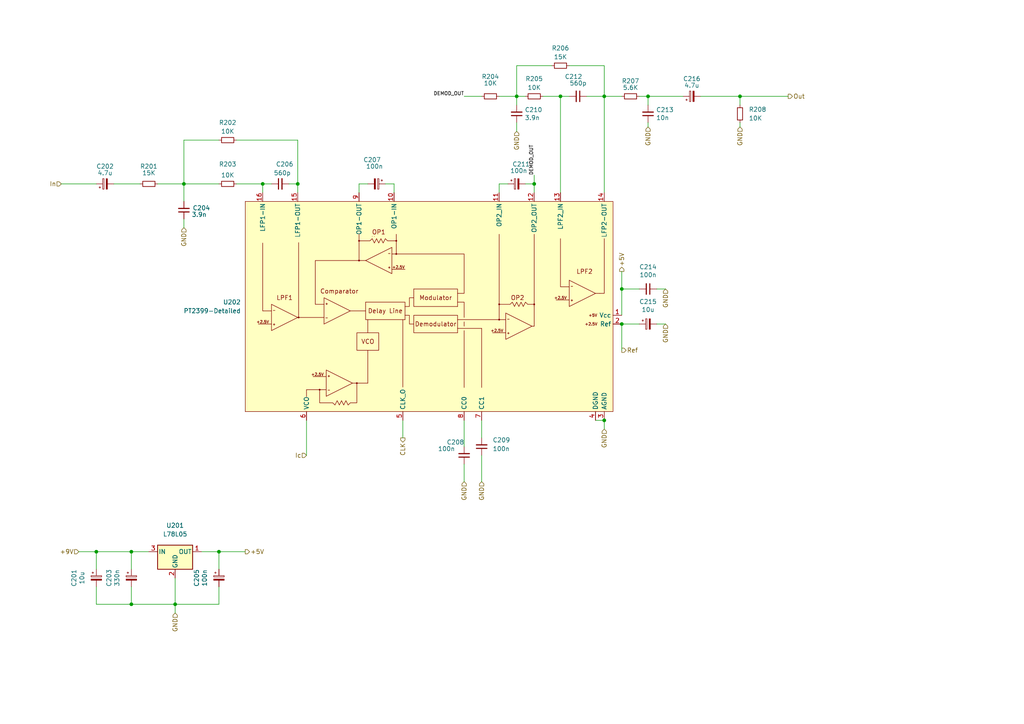
<source format=kicad_sch>
(kicad_sch (version 20211123) (generator eeschema)
  (paper "A4")
  (lib_symbols
    (symbol "Device:C_Polarized_Small" (pin_numbers hide) (pin_names (offset 0.254) hide)
      (property "Reference" "C" (at 0.254 1.778 0))
      (property "Value" "C_Polarized_Small" (at 0.254 -2.032 0))
      (symbol "C_Polarized_Small_0_1"
        (rectangle (start -1.524 -0.3048) (end 1.524 -0.6858) (fill (type outline)))
        (rectangle (start -1.524 0.6858) (end 1.524 0.3048))
        (polyline (pts (xy -1.27 1.524) (xy -0.762 1.524)))
        (polyline (pts (xy -1.016 1.27) (xy -1.016 1.778)))
      )
      (symbol "C_Polarized_Small_1_1"
        (pin passive line (at 0 2.54 270) (length 1.8542) (name "~") (number "1"))
        (pin passive line (at 0 -2.54 90) (length 1.8542) (name "~") (number "2"))
      )
    )
    (symbol "Device:C_Small" (pin_numbers hide) (pin_names (offset 0.254) hide)
      (property "Reference" "C" (at 0.254 1.778 0))
      (property "Value" "C_Small" (at 0.254 -2.032 0))
      (symbol "C_Small_0_1"
        (polyline (pts (xy -1.524 -0.508) (xy 1.524 -0.508)) (stroke (width 0.3302)))
        (polyline (pts (xy -1.524 0.508) (xy 1.524 0.508)) (stroke (width 0.3048)))
      )
      (symbol "C_Small_1_1"
        (pin passive line (at 0 2.54 270) (length 2.032) (name "~") (number "1"))
        (pin passive line (at 0 -2.54 90) (length 2.032) (name "~") (number "2"))
      )
    )
    (symbol "Device:R_Small" (pin_numbers hide) (pin_names (offset 0.254) hide)
      (property "Reference" "R" (at 0.762 0.508 0))
      (property "Value" "R_Small" (at 0.762 -1.016 0))
      (symbol "R_Small_0_1"
        (rectangle (start -0.762 1.778) (end 0.762 -1.778) (stroke (width 0.2032)))
      )
      (symbol "R_Small_1_1"
        (pin passive line (at 0 2.54 270) (length 0.762) (name "~") (number "1"))
        (pin passive line (at 0 -2.54 90) (length 0.762) (name "~") (number "2"))
      )
    )
    (symbol "Regulator_Linear:L78L05_SOT89" (pin_names (offset 0.254))
      (property "Reference" "U" (at -3.81 3.175 0))
      (property "Value" "L78L05_SOT89" (at -0.635 3.175 0))
      (symbol "L78L05_SOT89_0_1"
        (rectangle (start -5.08 1.905) (end 5.08 -5.08) (stroke (width 0.254)) (fill (type background)))
      )
      (symbol "L78L05_SOT89_1_1"
        (pin power_out line (at 7.62 0 180) (length 2.54) (name "OUT") (number "1"))
        (pin power_in line (at 0 -7.62 90) (length 2.54) (name "GND") (number "2"))
        (pin power_in line (at -7.62 0 0) (length 2.54) (name "IN") (number "3"))
      )
    )
    (symbol "pt2399:PT2399-Detailed"
      (property "Reference" "U" (at 0 34.29 0))
      (property "Value" "PT2399-Detailed" (at 0 -41.91 0))
      (symbol "PT2399-Detailed_0_0"
        (rectangle (start -53.34 30.48) (end 53.34 -30.48) (fill (type background)))
        (rectangle (start -16.51 20.32) (end -16.51 20.32))
        (rectangle (start -15.875 20.32) (end -15.875 20.32))
        (polyline (pts (xy -48.26 18.415) (xy -48.26 -1.27)))
        (polyline (pts (xy -38.1 -3.175) (xy -30.48 -3.175)))
        (polyline (pts (xy -37.846 18.542) (xy -37.846 -3.048)))
        (polyline (pts (xy -35.56 -24.13) (xy -35.56 -26.162)))
        (polyline (pts (xy -29.845 -24.13) (xy -35.56 -24.13)))
        (polyline (pts (xy -22.86 -1.27) (xy -18.415 -1.27)))
        (polyline (pts (xy -20.32 13.335) (xy -20.32 13.335)))
        (polyline (pts (xy -20.32 13.335) (xy -20.32 13.335)))
        (polyline (pts (xy -20.32 13.335) (xy -18.415 13.335)))
        (polyline (pts (xy -20.32 19.05) (xy -20.32 20.955)))
        (polyline (pts (xy -18.415 13.335) (xy -18.415 13.335)))
        (polyline (pts (xy -18.415 13.335) (xy -18.415 13.335)))
        (polyline (pts (xy -18.415 13.335) (xy -18.415 13.335)))
        (polyline (pts (xy -17.78 -22.225) (xy -17.78 -12.7)))
        (polyline (pts (xy -17.78 -12.7) (xy -17.78 -12.7)))
        (polyline (pts (xy -17.78 -7.62) (xy -17.78 -3.81)))
        (polyline (pts (xy -10.795 15.24) (xy -10.795 15.24)))
        (polyline (pts (xy -9.525 19.05) (xy -9.525 20.955)))
        (polyline (pts (xy -7.62 -23.368) (xy -7.62 -3.81)))
        (polyline (pts (xy -6.985 -2.54) (xy -6.985 -2.54)))
        (polyline (pts (xy -6.985 -2.54) (xy -6.985 -2.54)))
        (polyline (pts (xy -4.445 -14.605) (xy -4.445 -14.605)))
        (polyline (pts (xy 8.255 -3.81) (xy 8.255 -3.81)))
        (polyline (pts (xy 8.255 -3.81) (xy 22.225 -3.81)))
        (polyline (pts (xy 10.16 15.24) (xy 10.16 15.24)))
        (polyline (pts (xy 15.24 -6.35) (xy 8.255 -6.35)))
        (polyline (pts (xy 15.24 -6.35) (xy 15.24 -23.495)))
        (polyline (pts (xy 20.32 0.635) (xy 20.32 20.955)))
        (polyline (pts (xy 30.48 -5.715) (xy 29.845 -5.715)))
        (polyline (pts (xy 30.48 0) (xy 30.48 20.955)))
        (polyline (pts (xy 40.64 5.715) (xy 40.64 5.715)))
        (polyline (pts (xy 40.64 5.715) (xy 40.64 5.715)))
        (polyline (pts (xy 40.64 5.715) (xy 40.64 5.715)))
        (polyline (pts (xy 49.53 3.81) (xy 48.26 3.81)))
        (polyline (pts (xy -22.225 -22.225) (xy -20.955 -22.225) (xy -17.78 -22.225)))
        (polyline (pts (xy -6.985 -3.81) (xy -6.985 1.27) (xy -18.415 1.27)))
        (polyline (pts (xy 8.255 -7.62) (xy 8.255 -2.54) (xy -4.445 -2.54)))
        (polyline (pts (xy 8.255 0) (xy 8.255 5.08) (xy -4.445 5.08)))
        (polyline (pts (xy 10.16 -3.175) (xy 10.16 1.27) (xy 8.255 1.27)))
        (polyline (pts (xy 40.64 5.715) (xy 38.1 5.715) (xy 38.1 19.685)))
        (polyline (pts (xy 50.8 19.685) (xy 50.8 3.81) (xy 49.53 3.81)))
        (polyline (pts (xy -30.48 0.635) (xy -33.02 0.635) (xy -33.02 13.335) (xy -20.32 13.335)))
        (polyline (pts (xy -10.795 15.24) (xy 10.16 15.24) (xy 10.16 3.81) (xy 8.255 3.81)))
        (polyline (pts (xy -6.985 -2.54) (xy -5.715 -2.54) (xy -5.715 -5.08) (xy -4.445 -5.08)))
        (polyline (pts (xy -6.985 0) (xy -5.715 0) (xy -5.715 2.54) (xy -4.445 2.54)))
        (polyline (pts (xy -20.955 -7.62) (xy -20.955 -12.7) (xy -14.605 -12.7) (xy -14.605 -7.62) (xy -20.955 -7.62)))
        (polyline (pts (xy -18.415 -1.27) (xy -18.415 1.27) (xy -18.415 -1.27) (xy -18.415 -3.81) (xy -6.985 -3.81)))
        (polyline (pts (xy -4.445 -5.08) (xy -4.445 -2.54) (xy -4.445 -5.08) (xy -4.445 -7.62) (xy 8.255 -7.62)))
        (polyline (pts (xy -4.445 2.54) (xy -4.445 5.08) (xy -4.445 2.54) (xy -4.445 0) (xy 8.255 0)))
        (polyline (pts (xy -20.955 -22.225) (xy -20.955 -27.94) (xy -22.86 -27.94) (xy -23.495 -28.575) (xy -24.13 -27.305) (xy -24.765 -28.575) (xy -25.4 -27.305) (xy -26.035 -28.575) (xy -26.67 -27.305) (xy -27.305 -28.575) (xy -27.94 -27.94) (xy -31.75 -27.94) (xy -31.75 -24.13)))
        (polyline (pts (xy -20.32 13.335) (xy -20.32 19.05) (xy -17.145 19.05) (xy -16.51 19.685) (xy -15.875 18.415) (xy -15.24 19.685) (xy -14.605 18.415) (xy -13.97 19.685) (xy -13.335 18.415) (xy -12.7 19.685) (xy -12.065 19.05) (xy -9.525 19.05) (xy -9.525 15.24)))
        (polyline (pts (xy 30.48 -5.715) (xy 30.48 0.635) (xy 28.575 0.635) (xy 27.94 1.27) (xy 27.305 0) (xy 26.67 1.27) (xy 26.035 0) (xy 25.4 1.27) (xy 24.765 0) (xy 24.13 1.27) (xy 23.495 0.635) (xy 20.32 0.635) (xy 20.32 -3.81)))
        (text "+2.5V" (at -48.26 -4.445 0) (effects (font (size 0.8 0.8))))
        (text "+2.5V" (at -32.385 -19.685 0) (effects (font (size 0.8 0.8))))
        (text "+2.5V" (at -8.89 11.43 0) (effects (font (size 0.8 0.8))))
        (text "+2.5V" (at 19.685 -6.985 0) (effects (font (size 0.8 0.8))))
        (text "+2.5V" (at 38.1 2.54 0) (effects (font (size 0.8 0.8))))
        (text "+2.5V" (at 46.99 -5.08 0) (effects (font (size 0.8 0.8))))
        (text "+5V" (at 47.498 -2.54 0) (effects (font (size 0.8 0.8))))
        (text "Comparator" (at -26.035 4.445 0) (effects (font (size 1.27 1.27))))
        (text "Delay Line" (at -12.7 -1.27 0) (effects (font (size 1.27 1.27))))
        (text "Demodulator" (at 1.905 -5.08 0) (effects (font (size 1.27 1.27))))
        (text "LPF1" (at -41.91 2.54 0) (effects (font (size 1.27 1.27))))
        (text "LPF2" (at 45.085 10.16 0) (effects (font (size 1.27 1.27))))
        (text "Modulator" (at 1.905 2.54 0) (effects (font (size 1.27 1.27))))
        (text "OP1" (at -14.605 21.59 0) (effects (font (size 1.27 1.27))))
        (text "OP2" (at 25.654 2.54 0) (effects (font (size 1.27 1.27))))
        (text "VCO" (at -17.78 -10.16 0) (effects (font (size 1.27 1.27))))
      )
      (symbol "PT2399-Detailed_0_1"
        (circle (center -37.846 -3.175) (radius 0.1796) (fill (type outline)))
        (circle (center -31.75 -24.13) (radius 0.1796) (fill (type outline)))
        (circle (center -20.955 -22.225) (radius 0.1796) (fill (type outline)))
        (circle (center -20.32 13.335) (radius 0.1796) (fill (type outline)))
        (circle (center -20.32 19.05) (radius 0.1796) (fill (type outline)))
        (circle (center -9.525 15.24) (radius 0.1796) (fill (type outline)))
        (circle (center -9.525 19.05) (radius 0.1796) (fill (type outline)))
        (polyline (pts (xy -45.72 -5.08) (xy -49.53 -5.08)))
        (polyline (pts (xy -45.72 -1.27) (xy -48.26 -1.27)))
        (polyline (pts (xy -45.212 -5.207) (xy -44.704 -5.207)))
        (polyline (pts (xy -44.958 -4.953) (xy -44.958 -5.461)))
        (polyline (pts (xy -44.704 -1.143) (xy -45.212 -1.143)))
        (polyline (pts (xy -29.972 0.762) (xy -29.464 0.762)))
        (polyline (pts (xy -29.845 -20.32) (xy -33.655 -20.32)))
        (polyline (pts (xy -29.718 0.508) (xy -29.718 1.016)))
        (polyline (pts (xy -29.464 -3.302) (xy -29.972 -3.302)))
        (polyline (pts (xy -29.337 -20.193) (xy -28.829 -20.193)))
        (polyline (pts (xy -29.083 -20.447) (xy -29.083 -19.939)))
        (polyline (pts (xy -28.829 -24.257) (xy -29.337 -24.257)))
        (polyline (pts (xy -11.811 15.367) (xy -11.303 15.367)))
        (polyline (pts (xy -11.557 11.557) (xy -11.557 11.049)))
        (polyline (pts (xy -11.303 11.303) (xy -11.811 11.303)))
        (polyline (pts (xy -6.985 10.795) (xy -10.795 10.795)))
        (polyline (pts (xy 10.16 -6.985) (xy 10.16 -23.495)))
        (polyline (pts (xy 10.16 -4.445) (xy 10.16 -5.715)))
        (polyline (pts (xy 22.225 -7.62) (xy 18.415 -7.62)))
        (polyline (pts (xy 22.733 -7.747) (xy 23.241 -7.747)))
        (polyline (pts (xy 22.987 -7.493) (xy 22.987 -8.001)))
        (polyline (pts (xy 23.241 -3.683) (xy 22.733 -3.683)))
        (polyline (pts (xy 40.64 1.905) (xy 36.83 1.905)))
        (polyline (pts (xy 41.148 1.778) (xy 41.656 1.778)))
        (polyline (pts (xy 41.402 2.032) (xy 41.402 1.524)))
        (polyline (pts (xy 41.656 5.842) (xy 41.148 5.842)))
        (polyline (pts (xy -45.72 0.635) (xy -45.72 -6.985) (xy -38.1 -3.175) (xy -45.72 0.635)))
        (polyline (pts (xy -30.48 -5.08) (xy -30.48 2.54) (xy -22.86 -1.27) (xy -30.48 -5.08)))
        (polyline (pts (xy -29.845 -26.035) (xy -29.845 -18.415) (xy -22.225 -22.225) (xy -29.845 -26.035)))
        (polyline (pts (xy -10.795 17.145) (xy -10.795 9.525) (xy -18.415 13.335) (xy -10.795 17.145)))
        (polyline (pts (xy 22.225 -1.905) (xy 22.225 -9.525) (xy 29.845 -5.715) (xy 22.225 -1.905)))
        (polyline (pts (xy 40.64 7.62) (xy 40.64 0) (xy 48.26 3.81) (xy 40.64 7.62)))
        (circle (center 20.32 -3.81) (radius 0.1796) (fill (type outline)))
        (circle (center 20.32 0.635) (radius 0.1796) (fill (type outline)))
        (circle (center 30.48 0.635) (radius 0.1796) (fill (type outline)))
      )
      (symbol "PT2399-Detailed_1_1"
        (pin power_in line (at 55.88 -2.54 180) (length 2.54) (name "Vcc") (number "1"))
        (pin input line (at -10.16 33.02 270) (length 2.54) (name "OP1-IN") (number "10"))
        (pin input line (at 20.32 33.02 270) (length 2.54) (name "OP2_IN") (number "11"))
        (pin output line (at 30.48 33.02 270) (length 2.54) (name "OP2_OUT") (number "12"))
        (pin input line (at 38.1 33.02 270) (length 2.54) (name "LPF2_IN") (number "13"))
        (pin output line (at 50.8 33.02 270) (length 2.54) (name "LFP2-OUT") (number "14"))
        (pin output line (at -38.1 33.02 270) (length 2.54) (name "LFP1-OUT") (number "15"))
        (pin input line (at -48.26 33.02 270) (length 2.54) (name "LFP1-IN") (number "16"))
        (pin bidirectional line (at 55.88 -5.08 180) (length 2.54) (name "Ref") (number "2"))
        (pin power_in line (at 50.8 -33.02 90) (length 2.54) (name "AGND") (number "3"))
        (pin power_in line (at 48.26 -33.02 90) (length 2.54) (name "DGND") (number "4"))
        (pin output line (at -7.62 -33.02 90) (length 2.54) (name "CLK_O") (number "5"))
        (pin input line (at -35.56 -33.02 90) (length 2.54) (name "VCO") (number "6"))
        (pin unspecified line (at 15.24 -33.02 90) (length 2.54) (name "CC1") (number "7"))
        (pin unspecified line (at 10.16 -33.02 90) (length 2.54) (name "CC0") (number "8"))
        (pin output line (at -20.32 33.02 270) (length 2.54) (name "OP1-OUT") (number "9"))
      )
    )
  )
  (junction (at 187.96 27.94))
  (junction (at 180.34 83.82))
  (junction (at 50.8 175.26))
  (junction (at 63.5 160.02))
  (junction (at 180.34 93.98))
  (junction (at 27.94 160.02))
  (junction (at 154.94 53.34))
  (junction (at 214.63 27.94))
  (junction (at 86.36 53.34))
  (junction (at 149.86 27.94))
  (junction (at 175.26 27.94))
  (junction (at 53.34 53.34))
  (junction (at 162.56 27.94))
  (junction (at 175.26 121.92))
  (junction (at 38.1 160.02))
  (junction (at 38.1 175.26))
  (junction (at 76.2 53.34))
  (wire (pts (xy 180.34 83.82) (xy 185.42 83.82)))
  (wire (pts (xy 76.2 53.34) (xy 76.2 55.88)))
  (wire (pts (xy 134.62 121.92) (xy 134.62 129.54)))
  (wire (pts (xy 187.96 27.94) (xy 185.42 27.94)))
  (wire (pts (xy 104.14 53.34) (xy 104.14 55.88)))
  (wire (pts (xy 154.94 53.34) (xy 154.94 55.88)))
  (wire (pts (xy 214.63 35.56) (xy 214.63 36.83)))
  (wire (pts (xy 22.86 160.02) (xy 27.94 160.02)))
  (wire (pts (xy 63.5 40.64) (xy 53.34 40.64)))
  (wire (pts (xy 175.26 19.05) (xy 175.26 27.94)))
  (wire (pts (xy 53.34 53.34) (xy 63.5 53.34)))
  (wire (pts (xy 165.1 19.05) (xy 175.26 19.05)))
  (wire (pts (xy 50.8 175.26) (xy 63.5 175.26)))
  (wire (pts (xy 187.96 27.94) (xy 198.12 27.94)))
  (wire (pts (xy 116.84 121.92) (xy 116.84 127)))
  (wire (pts (xy 152.4 53.34) (xy 154.94 53.34)))
  (wire (pts (xy 68.58 40.64) (xy 86.36 40.64)))
  (wire (pts (xy 175.26 27.94) (xy 180.34 27.94)))
  (wire (pts (xy 86.36 40.64) (xy 86.36 53.34)))
  (wire (pts (xy 180.34 83.82) (xy 180.34 91.44)))
  (wire (pts (xy 63.5 160.02) (xy 71.12 160.02)))
  (wire (pts (xy 190.5 83.82) (xy 193.04 83.82)))
  (wire (pts (xy 38.1 170.18) (xy 38.1 175.26)))
  (wire (pts (xy 68.58 53.34) (xy 76.2 53.34)))
  (wire (pts (xy 45.72 53.34) (xy 53.34 53.34)))
  (wire (pts (xy 190.5 93.98) (xy 193.04 93.98)))
  (wire (pts (xy 180.34 78.74) (xy 180.34 83.82)))
  (wire (pts (xy 114.3 53.34) (xy 111.76 53.34)))
  (wire (pts (xy 63.5 160.02) (xy 63.5 165.1)))
  (wire (pts (xy 134.62 134.62) (xy 134.62 139.7)))
  (wire (pts (xy 180.34 93.98) (xy 180.34 101.6)))
  (wire (pts (xy 147.32 53.34) (xy 144.78 53.34)))
  (wire (pts (xy 144.78 27.94) (xy 149.86 27.94)))
  (wire (pts (xy 27.94 170.18) (xy 27.94 175.26)))
  (wire (pts (xy 40.64 53.34) (xy 33.02 53.34)))
  (wire (pts (xy 50.8 167.64) (xy 50.8 175.26)))
  (wire (pts (xy 170.18 27.94) (xy 175.26 27.94)))
  (wire (pts (xy 17.78 53.34) (xy 27.94 53.34)))
  (wire (pts (xy 187.96 30.48) (xy 187.96 27.94)))
  (wire (pts (xy 83.82 53.34) (xy 86.36 53.34)))
  (wire (pts (xy 76.2 53.34) (xy 78.74 53.34)))
  (wire (pts (xy 38.1 175.26) (xy 50.8 175.26)))
  (wire (pts (xy 160.02 19.05) (xy 149.86 19.05)))
  (wire (pts (xy 172.72 121.92) (xy 175.26 121.92)))
  (wire (pts (xy 27.94 160.02) (xy 27.94 165.1)))
  (wire (pts (xy 149.86 19.05) (xy 149.86 27.94)))
  (wire (pts (xy 214.63 27.94) (xy 228.6 27.94)))
  (wire (pts (xy 53.34 63.5) (xy 53.34 66.04)))
  (wire (pts (xy 38.1 160.02) (xy 38.1 165.1)))
  (wire (pts (xy 214.63 27.94) (xy 214.63 30.48)))
  (wire (pts (xy 180.34 93.98) (xy 185.42 93.98)))
  (wire (pts (xy 139.7 132.08) (xy 139.7 139.7)))
  (wire (pts (xy 27.94 160.02) (xy 38.1 160.02)))
  (wire (pts (xy 139.7 121.92) (xy 139.7 127)))
  (wire (pts (xy 162.56 27.94) (xy 162.56 55.88)))
  (wire (pts (xy 134.62 27.94) (xy 139.7 27.94)))
  (wire (pts (xy 154.94 50.8) (xy 154.94 53.34)))
  (wire (pts (xy 58.42 160.02) (xy 63.5 160.02)))
  (wire (pts (xy 38.1 160.02) (xy 43.18 160.02)))
  (wire (pts (xy 203.2 27.94) (xy 214.63 27.94)))
  (wire (pts (xy 106.68 53.34) (xy 104.14 53.34)))
  (wire (pts (xy 162.56 27.94) (xy 165.1 27.94)))
  (wire (pts (xy 144.78 53.34) (xy 144.78 55.88)))
  (wire (pts (xy 86.36 53.34) (xy 86.36 55.88)))
  (wire (pts (xy 63.5 170.18) (xy 63.5 175.26)))
  (wire (pts (xy 157.48 27.94) (xy 162.56 27.94)))
  (wire (pts (xy 114.3 55.88) (xy 114.3 53.34)))
  (wire (pts (xy 175.26 27.94) (xy 175.26 55.88)))
  (wire (pts (xy 27.94 175.26) (xy 38.1 175.26)))
  (wire (pts (xy 53.34 53.34) (xy 53.34 58.42)))
  (wire (pts (xy 187.96 35.56) (xy 187.96 36.83)))
  (wire (pts (xy 149.86 27.94) (xy 149.86 30.48)))
  (wire (pts (xy 88.9 121.92) (xy 88.9 132.08)))
  (wire (pts (xy 149.86 38.1) (xy 149.86 35.56)))
  (wire (pts (xy 53.34 40.64) (xy 53.34 53.34)))
  (wire (pts (xy 50.8 175.26) (xy 50.8 177.8)))
  (wire (pts (xy 175.26 121.92) (xy 175.26 124.46)))
  (wire (pts (xy 149.86 27.94) (xy 152.4 27.94)))
  (label "DEMOD_OUT" (at 154.94 50.8 90) (effects (font (size 1 1))))
  (label "DEMOD_OUT" (at 134.62 27.94 180) (effects (font (size 1 1))))
  (hierarchical_label "+9V" (shape input) (at 22.86 160.02 180))
  (hierarchical_label "GND" (shape input) (at 214.63 36.83 270))
  (hierarchical_label "GND" (shape input) (at 53.34 66.04 270))
  (hierarchical_label "CLK" (shape output) (at 116.84 127 270))
  (hierarchical_label "GND" (shape input) (at 193.04 83.82 270))
  (hierarchical_label "GND" (shape input) (at 139.7 139.7 270))
  (hierarchical_label "GND" (shape input) (at 175.26 124.46 270))
  (hierarchical_label "GND" (shape input) (at 134.62 139.7 270))
  (hierarchical_label "GND" (shape input) (at 193.04 93.98 270))
  (hierarchical_label "GND" (shape input) (at 149.86 38.1 270))
  (hierarchical_label "In" (shape input) (at 17.78 53.34 180))
  (hierarchical_label "Out" (shape output) (at 228.6 27.94 0))
  (hierarchical_label "GND" (shape input) (at 50.8 177.8 270))
  (hierarchical_label "Ref" (shape output) (at 180.34 101.6 0))
  (hierarchical_label "+5V" (shape output) (at 71.12 160.02 0))
  (hierarchical_label "Ic" (shape input) (at 88.9 132.08 180))
  (hierarchical_label "+5V" (shape output) (at 180.34 78.74 90))
  (hierarchical_label "GND" (shape input) (at 187.96 36.83 270))
  (symbol (lib_id "Device:R_Small") (at 182.88 27.94 270) (unit 1)
    (property "Reference" "R207" (at 182.88 23.495 90))
    (property "Value" "5.6K" (at 182.88 25.4 90))
    (property "Footprint" "Resistor_SMD:R_0603_1608Metric_Pad0.98x0.95mm_HandSolder" (effects hide))
    (property "LCSC" "C23189" (effects hide))
    (property "Mouser" "603-RT0603DRD075K6L" (effects hide))
  )
  (symbol (lib_id "Device:C_Small") (at 81.28 53.34 90) (unit 1)
    (property "Reference" "C206" (at 80.01 47.625 90) (effects (justify right)))
    (property "Value" "560p" (at 79.375 50.165 90) (effects (justify right)))
    (property "Footprint" "Capacitor_SMD:C_0603_1608Metric_Pad1.08x0.95mm_HandSolder" (effects hide))
    (property "LCSC" "C694498" (effects hide))
    (property "Mouser" "80-C0603C561J5GAC" (effects hide))
  )
  (symbol (lib_id "Device:C_Small") (at 134.62 132.08 180) (unit 1)
    (property "Reference" "C208" (at 129.54 128.27 0) (effects (justify right)))
    (property "Value" "100n" (at 127 130.175 0) (effects (justify right)))
    (property "Footprint" "Capacitor_SMD:C_0603_1608Metric_Pad1.08x0.95mm_HandSolder" (effects hide))
    (property "LCSC" "C57112" (effects hide))
    (property "Mouser" "80-C0603C104M5RAUTO" (effects hide))
  )
  (symbol (lib_id "Device:C_Polarized_Small") (at 200.66 27.94 90) (unit 1)
    (property "Reference" "C216" (at 200.66 22.86 90))
    (property "Value" "4.7u" (at 200.66 24.765 90))
    (property "Footprint" "Capacitor_SMD:CP_Elec_4x5.4" (effects hide))
    (property "LCSC" "C72511" (effects hide))
    (property "Mouser" "80-T491A106K010" (effects hide))
  )
  (symbol (lib_id "Device:C_Polarized_Small") (at 63.5 167.64 0) (unit 1)
    (property "Reference" "C205" (at 57.023 167.64 90))
    (property "Value" "100n" (at 59.3344 167.64 90))
    (property "Footprint" "Capacitor_Tantalum_SMD:CP_EIA-3216-10_Kemet-I_Pad1.58x1.35mm_HandSolder" (effects hide))
    (property "LCSC" "C1952859" (effects hide))
  )
  (symbol (lib_id "Device:C_Small") (at 187.96 33.02 180) (unit 1)
    (property "Reference" "C213" (at 190.2968 31.8516 0) (effects (justify right)))
    (property "Value" "10n" (at 190.2968 34.163 0) (effects (justify right)))
    (property "Footprint" "Capacitor_SMD:C_0603_1608Metric_Pad1.08x0.95mm_HandSolder" (effects hide))
    (property "LCSC" "C91367" (effects hide))
    (property "Mouser" "80-C0603C103J3GACLR" (effects hide))
  )
  (symbol (lib_id "Device:R_Small") (at 154.94 27.94 270) (unit 1)
    (property "Reference" "R205" (at 154.94 22.86 90))
    (property "Value" "10K" (at 154.94 25.4 90))
    (property "Footprint" "Resistor_SMD:R_0603_1608Metric_Pad0.98x0.95mm_HandSolder" (effects hide))
    (property "LCSC" "C25804" (effects hide))
    (property "Mouser" "603-RT0603DRE1010KL" (effects hide))
  )
  (symbol (lib_id "Device:R_Small") (at 43.18 53.34 90) (unit 1)
    (property "Reference" "R201" (at 43.18 48.26 90))
    (property "Value" "15K" (at 43.18 50.165 90))
    (property "Footprint" "Resistor_SMD:R_0603_1608Metric_Pad0.98x0.95mm_HandSolder" (effects hide))
    (property "LCSC" "C22809" (effects hide))
    (property "Mouser" "603-RT0603DRD0715KL" (effects hide))
  )
  (symbol (lib_id "Device:C_Small") (at 139.7 129.54 180) (unit 1)
    (property "Reference" "C209" (at 142.875 127.635 0) (effects (justify right)))
    (property "Value" "100n" (at 142.875 130.175 0) (effects (justify right)))
    (property "Footprint" "Capacitor_SMD:C_0603_1608Metric_Pad1.08x0.95mm_HandSolder" (effects hide))
    (property "LCSC" "C57112" (effects hide))
    (property "Mouser" "80-C0603C104M5RAUTO" (effects hide))
  )
  (symbol (lib_id "Device:C_Polarized_Small") (at 187.96 93.98 90) (mirror x) (unit 1)
    (property "Reference" "C215" (at 187.96 87.503 90))
    (property "Value" "10u" (at 187.96 89.8144 90))
    (property "Footprint" "Capacitor_Tantalum_SMD:CP_EIA-3216-10_Kemet-I_Pad1.58x1.35mm_HandSolder" (effects hide))
    (property "LCSC" "C128254" (effects hide))
  )
  (symbol (lib_id "Device:C_Small") (at 53.34 60.96 180) (unit 1)
    (property "Reference" "C204" (at 58.42 60.325 0))
    (property "Value" "3.9n" (at 57.785 62.23 0))
    (property "Footprint" "Capacitor_SMD:C_0603_1608Metric_Pad1.08x0.95mm_HandSolder" (effects hide))
    (property "LCSC" "C415537" (effects hide))
    (property "Mouser" "80-C0603C392J3G" (effects hide))
  )
  (symbol (lib_id "Device:R_Small") (at 162.56 19.05 270) (unit 1)
    (property "Reference" "R206" (at 162.56 13.97 90))
    (property "Value" "15K" (at 162.56 16.51 90))
    (property "Footprint" "Resistor_SMD:R_0603_1608Metric_Pad0.98x0.95mm_HandSolder" (effects hide))
    (property "LCSC" "C22809" (effects hide))
    (property "Mouser" "603-RT0603DRD0715KL" (effects hide))
  )
  (symbol (lib_id "Device:C_Polarized_Small") (at 149.86 53.34 90) (mirror x) (unit 1)
    (property "Reference" "C211" (at 148.59 47.625 90) (effects (justify right)))
    (property "Value" "100n" (at 147.955 49.53 90) (effects (justify right)))
    (property "Footprint" "Capacitor_SMD:CP_Elec_4x5.4" (effects hide))
    (property "Mouser" "710-865080440002" (effects hide))
  )
  (symbol (lib_id "Device:C_Polarized_Small") (at 30.48 53.34 90) (unit 1)
    (property "Reference" "C202" (at 30.48 48.26 90))
    (property "Value" "4.7u" (at 30.48 50.165 90))
    (property "Footprint" "Capacitor_SMD:CP_Elec_4x5.4" (effects hide))
    (property "LCSC" "C72511" (effects hide))
    (property "Mouser" "80-T491A475M025AT " (effects hide))
  )
  (symbol (lib_id "Device:C_Small") (at 149.86 33.02 180) (unit 1)
    (property "Reference" "C210" (at 152.1968 31.8516 0) (effects (justify right)))
    (property "Value" "3.9n" (at 152.1968 34.163 0) (effects (justify right)))
    (property "Footprint" "Capacitor_SMD:C_0603_1608Metric_Pad1.08x0.95mm_HandSolder" (effects hide))
    (property "LCSC" "C415537" (effects hide))
    (property "Mouser" "80-C0603C392J3G" (effects hide))
  )
  (symbol (lib_id "Device:C_Small") (at 187.96 83.82 270) (unit 1)
    (property "Reference" "C214" (at 187.96 77.4192 90))
    (property "Value" "100n" (at 187.96 79.7306 90))
    (property "Footprint" "Capacitor_SMD:C_0603_1608Metric_Pad1.08x0.95mm_HandSolder" (effects hide))
    (property "LCSC" "C57112" (effects hide))
    (property "Mouser" "80-C0603C104M5RAUTO" (effects hide))
  )
  (symbol (lib_id "Device:C_Polarized_Small") (at 27.94 167.64 0) (unit 1)
    (property "Reference" "C201" (at 21.463 167.64 90))
    (property "Value" "10u" (at 23.7744 167.64 90))
    (property "Footprint" "Capacitor_Tantalum_SMD:CP_EIA-3216-10_Kemet-I_Pad1.58x1.35mm_HandSolder" (effects hide))
    (property "LCSC" "C128254" (effects hide))
  )
  (symbol (lib_id "Device:C_Polarized_Small") (at 109.22 53.34 270) (unit 1)
    (property "Reference" "C207" (at 110.49 46.355 90) (effects (justify right)))
    (property "Value" "100n" (at 111.125 48.26 90) (effects (justify right)))
    (property "Footprint" "Capacitor_SMD:CP_Elec_4x5.4" (effects hide))
    (property "Mouser" "710-865080440002" (effects hide))
  )
  (symbol (lib_id "Device:R_Small") (at 142.24 27.94 270) (unit 1)
    (property "Reference" "R204" (at 142.24 22.225 90))
    (property "Value" "10K" (at 142.24 24.13 90))
    (property "Footprint" "Resistor_SMD:R_0603_1608Metric_Pad0.98x0.95mm_HandSolder" (effects hide))
    (property "LCSC" "C25804" (effects hide))
    (property "Mouser" "603-RT0603DRE1010KL" (effects hide))
  )
  (symbol (lib_id "pt2399:PT2399-Detailed") (at 124.46 88.9 0) (unit 1)
    (property "Reference" "U202" (at 69.85 87.6299 0) (effects (justify right)))
    (property "Value" "PT2399-Detailed" (at 69.85 90.1699 0) (effects (justify right)))
    (property "Footprint" "Package_SO:SOIC-16_3.9x9.9mm_P1.27mm" (effects hide))
    (property "Datasheet" "https://www.electrosmash.com/pt2399-analysis" (effects hide))
    (property "LCSC" "C126407" (effects hide))
  )
  (symbol (lib_id "Device:C_Small") (at 167.64 27.94 270) (unit 1)
    (property "Reference" "C212" (at 168.91 22.225 90) (effects (justify right)))
    (property "Value" "560p" (at 170.18 24.13 90) (effects (justify right)))
    (property "Footprint" "Capacitor_SMD:C_0603_1608Metric_Pad1.08x0.95mm_HandSolder" (effects hide))
    (property "LCSC" "C694498" (effects hide))
    (property "Mouser" "80-C0603C561J5GAC" (effects hide))
  )
  (symbol (lib_id "Device:C_Polarized_Small") (at 38.1 167.64 0) (unit 1)
    (property "Reference" "C203" (at 31.623 167.64 90))
    (property "Value" "330n" (at 33.9344 167.64 90))
    (property "Footprint" "Capacitor_Tantalum_SMD:CP_EIA-3216-10_Kemet-I_Pad1.58x1.35mm_HandSolder" (effects hide))
    (property "LCSC" "C212667" (effects hide))
  )
  (symbol (lib_id "Device:R_Small") (at 66.04 53.34 270) (unit 1)
    (property "Reference" "R203" (at 66.04 47.625 90))
    (property "Value" "10K" (at 66.04 50.8 90))
    (property "Footprint" "Resistor_SMD:R_0603_1608Metric_Pad0.98x0.95mm_HandSolder" (effects hide))
    (property "LCSC" "C25804" (effects hide))
    (property "Mouser" "603-RT0603DRE1010KL" (effects hide))
  )
  (symbol (lib_id "Device:R_Small") (at 66.04 40.64 90) (unit 1)
    (property "Reference" "R202" (at 66.04 35.56 90))
    (property "Value" "10K" (at 66.04 38.1 90))
    (property "Footprint" "Resistor_SMD:R_0603_1608Metric_Pad0.98x0.95mm_HandSolder" (effects hide))
    (property "LCSC" "C25804" (effects hide))
    (property "Mouser" "603-RT0603DRE1010KL" (effects hide))
  )
  (symbol (lib_id "Device:R_Small") (at 214.63 33.02 0) (unit 1)
    (property "Reference" "R208" (at 217.17 31.7499 0) (effects (justify left)))
    (property "Value" "10K" (at 217.17 34.2899 0) (effects (justify left)))
    (property "Footprint" "Resistor_SMD:R_0603_1608Metric_Pad0.98x0.95mm_HandSolder" (effects hide))
    (property "LCSC" "C25804" (effects hide))
  )
  (symbol (lib_id "Regulator_Linear:L78L05_SOT89") (at 50.8 160.02 0) (unit 1)
    (property "Reference" "U201" (at 50.8 152.4 0))
    (property "Value" "L78L05" (at 50.8 154.94 0))
    (property "Footprint" "Package_TO_SOT_SMD:SOT-89-3" (effects hide))
    (property "Datasheet" "http://www.st.com/content/ccc/resource/technical/document/datasheet/15/55/e5/aa/23/5b/43/fd/CD00000446.pdf/files/CD00000446.pdf/jcr:content/translations/en.CD00000446.pdf" (effects hide))
    (property "LCSC" "C347258" (effects hide))
    (property "Mouser" "511-L78L05ABU" (effects hide))
  )
)
</source>
